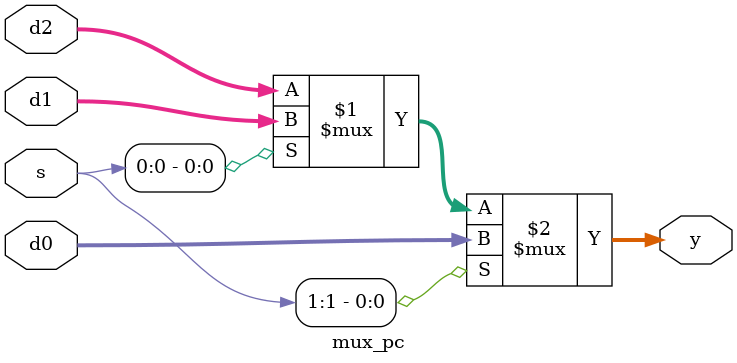
<source format=v>
module mux_pc#(parameter DATA_WIDTH=64)
(
	input	[DATA_WIDTH-1:0]	d0,
	input	[DATA_WIDTH-1:0]	d1,
	input	[DATA_WIDTH-1:0]	d2,

	input	[1:0]	s,
	output	[DATA_WIDTH-1:0]	y
);	

assign	y	=		s[1]	? 	d0	:
					s[0]	?	d1	:	d2;

endmodule

</source>
